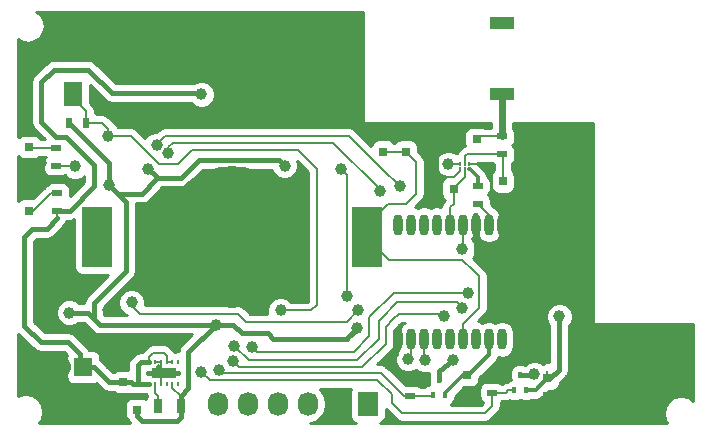
<source format=gtl>
G04 #@! TF.FileFunction,Copper,L1,Top,Signal*
%FSLAX46Y46*%
G04 Gerber Fmt 4.6, Leading zero omitted, Abs format (unit mm)*
G04 Created by KiCad (PCBNEW 4.0.5+dfsg1-4~bpo8+1) date Wed Oct 25 14:31:00 2017*
%MOMM*%
%LPD*%
G01*
G04 APERTURE LIST*
%ADD10C,0.100000*%
%ADD11R,1.600000X1.600000*%
%ADD12O,1.600000X1.600000*%
%ADD13C,1.000000*%
%ADD14O,0.800000X1.800000*%
%ADD15R,2.540000X5.080000*%
%ADD16C,12.000000*%
%ADD17R,2.000000X1.000000*%
%ADD18R,0.750000X0.800000*%
%ADD19R,0.800000X0.750000*%
%ADD20R,0.797560X0.797560*%
%ADD21R,0.700000X1.300000*%
%ADD22R,1.727200X2.032000*%
%ADD23O,1.727200X2.032000*%
%ADD24R,0.400000X0.510000*%
%ADD25R,0.500000X0.900000*%
%ADD26R,0.900000X0.500000*%
%ADD27R,1.600000X2.000000*%
%ADD28O,0.250000X0.500000*%
%ADD29R,2.000000X0.900000*%
%ADD30C,0.500000*%
%ADD31R,0.270000X0.325000*%
%ADD32C,0.600000*%
%ADD33C,0.200000*%
%ADD34C,0.400000*%
%ADD35C,0.250000*%
%ADD36C,0.350000*%
%ADD37C,0.300000*%
%ADD38C,0.254000*%
G04 APERTURE END LIST*
D10*
D11*
X93200000Y-89300000D03*
D12*
X91400000Y-89300000D03*
D13*
X109430000Y-77290000D03*
D14*
X128650000Y-77250000D03*
X127550000Y-77250000D03*
X126450000Y-77250000D03*
X125350000Y-77250000D03*
X124250000Y-77250000D03*
X123150000Y-77250000D03*
X122050000Y-77250000D03*
X120950000Y-77250000D03*
X119850000Y-77250000D03*
X119850000Y-86950000D03*
X120950000Y-86950000D03*
X122050000Y-86950000D03*
X123150000Y-86950000D03*
X124250000Y-86950000D03*
X125350000Y-86950000D03*
X126450000Y-86950000D03*
X127550000Y-86950000D03*
X128650000Y-86950000D03*
D13*
X93250000Y-82500000D03*
X133570000Y-76230000D03*
X133500000Y-78250000D03*
X133500000Y-79750000D03*
X109250000Y-64000000D03*
X109250000Y-62500000D03*
X109250000Y-61000000D03*
X107750000Y-64000000D03*
X107750000Y-62500000D03*
X107750000Y-61000000D03*
X106250000Y-64000000D03*
X106250000Y-62500000D03*
X106250000Y-61000000D03*
X138500000Y-91500000D03*
X138500000Y-90000000D03*
X138500000Y-88500000D03*
X137000000Y-91500000D03*
X137000000Y-90000000D03*
X137000000Y-88500000D03*
X135500000Y-91500000D03*
X135500000Y-90000000D03*
X135500000Y-88500000D03*
X116000000Y-67750000D03*
X116000000Y-66000000D03*
X116000000Y-64500000D03*
X116000000Y-63000000D03*
X116000000Y-61500000D03*
X116000000Y-60000000D03*
X89750000Y-90750000D03*
X89750000Y-89250000D03*
X101750000Y-79000000D03*
X101750000Y-76500000D03*
X99250000Y-79000000D03*
X99250000Y-76500000D03*
X133460000Y-69310000D03*
X133100000Y-72300000D03*
X135750000Y-82750000D03*
X135750000Y-81250000D03*
X135750000Y-79750000D03*
X135750000Y-78250000D03*
X135640000Y-76250000D03*
X133500000Y-81250000D03*
X135750000Y-84500000D03*
X131150000Y-69270000D03*
X135840000Y-71160000D03*
X135750000Y-69250000D03*
X135750000Y-86250000D03*
X141750000Y-86250000D03*
X140250000Y-86250000D03*
X138750000Y-86250000D03*
D15*
X117230000Y-78300000D03*
X94370000Y-78300000D03*
D16*
X105800000Y-78300000D03*
D17*
X128670000Y-66190000D03*
X128670000Y-60190000D03*
D18*
X96600000Y-90550000D03*
X96600000Y-89050000D03*
D19*
X97750000Y-92900000D03*
X96250000Y-92900000D03*
D18*
X128730000Y-73560000D03*
X128730000Y-75060000D03*
D19*
X126500000Y-69950000D03*
X125000000Y-69950000D03*
X124550000Y-74200000D03*
X123050000Y-74200000D03*
D18*
X132500000Y-90250000D03*
X132500000Y-91750000D03*
X120500000Y-71050000D03*
X120500000Y-69550000D03*
X125700000Y-89950000D03*
X125700000Y-91450000D03*
X118600000Y-71050000D03*
X118600000Y-69550000D03*
D20*
X88600000Y-70650700D03*
X88600000Y-72149300D03*
X88600000Y-76049300D03*
X88600000Y-74550700D03*
D21*
X99550000Y-92600000D03*
X101450000Y-92600000D03*
D22*
X117300000Y-92400000D03*
D23*
X114760000Y-92400000D03*
X112220000Y-92400000D03*
X109680000Y-92400000D03*
X107140000Y-92400000D03*
X104600000Y-92400000D03*
D24*
X129700000Y-91250000D03*
X130700000Y-91250000D03*
X130200000Y-89950000D03*
X122800000Y-91650000D03*
X123800000Y-91650000D03*
X123300000Y-90350000D03*
D25*
X91950000Y-68600000D03*
X93450000Y-68600000D03*
D26*
X90900000Y-72250000D03*
X90900000Y-70750000D03*
X91000000Y-76050000D03*
X91000000Y-74550000D03*
X128670000Y-71270000D03*
X128670000Y-69770000D03*
X127800000Y-91450000D03*
X127800000Y-89950000D03*
X120900000Y-91750000D03*
X120900000Y-90250000D03*
D27*
X92300000Y-60800000D03*
X92300000Y-66200000D03*
D28*
X98750000Y-90750000D03*
X99250000Y-90750000D03*
X99750000Y-90750000D03*
X100250000Y-90750000D03*
X100750000Y-90750000D03*
X101250000Y-90750000D03*
X101250000Y-88850000D03*
X100750000Y-88850000D03*
X100250000Y-88850000D03*
X99750000Y-88850000D03*
X99250000Y-88850000D03*
X98750000Y-88850000D03*
D29*
X100000000Y-89800000D03*
D30*
X99350000Y-89800000D03*
X100000000Y-89800000D03*
X100650000Y-89800000D03*
D26*
X126600000Y-73950000D03*
X126600000Y-75450000D03*
D31*
X125100000Y-72525000D03*
X125500000Y-72525000D03*
X125900000Y-72525000D03*
X125900000Y-72075000D03*
X125500000Y-72075000D03*
X125100000Y-72075000D03*
D13*
X137250000Y-86250000D03*
X103200000Y-66200000D03*
X111750000Y-74250000D03*
X88200000Y-73500000D03*
X107100000Y-67800000D03*
X122900000Y-72800000D03*
X95300000Y-84500000D03*
X95500000Y-89000000D03*
X89600000Y-72000000D03*
X94100000Y-60700000D03*
X103900000Y-73000000D03*
X131700000Y-86600000D03*
X132600000Y-92800000D03*
X100400000Y-77800000D03*
X119100000Y-89000000D03*
X131400000Y-72500000D03*
X110250000Y-72250000D03*
X98700000Y-72500000D03*
X131400000Y-89900000D03*
X124500000Y-88700000D03*
X95400000Y-73900000D03*
X92000000Y-84700000D03*
X116400000Y-86000000D03*
X104400000Y-85700000D03*
X133500000Y-85000000D03*
X109900000Y-84500000D03*
X95300000Y-69700000D03*
X103200000Y-89700000D03*
X104700000Y-89500000D03*
X92500000Y-72300000D03*
X125300000Y-79300000D03*
X124100000Y-72100000D03*
X97300000Y-83800000D03*
X116500000Y-84500000D03*
X115500000Y-83250000D03*
X115000000Y-72500000D03*
X123750000Y-85000000D03*
X105900000Y-88800000D03*
X120000000Y-74000000D03*
X99400000Y-70500000D03*
X122100000Y-88700000D03*
X118300000Y-74400000D03*
X100400000Y-71200000D03*
X120700000Y-88600000D03*
X125250000Y-84250000D03*
X106000000Y-87500000D03*
X125750000Y-83000000D03*
X107500000Y-87600000D03*
D32*
X128670000Y-69770000D02*
X128670000Y-66190000D01*
D33*
X128670000Y-69770000D02*
X126680000Y-69770000D01*
X126680000Y-69770000D02*
X126500000Y-69950000D01*
D34*
X89630000Y-68530000D02*
X89630000Y-65170000D01*
X89630000Y-65170000D02*
X90700000Y-64100000D01*
X97800000Y-90750000D02*
X97800000Y-89100000D01*
X98050000Y-88850000D02*
X98750000Y-88850000D01*
X97800000Y-89100000D02*
X98050000Y-88850000D01*
D33*
X100250000Y-88850000D02*
X100250000Y-88350000D01*
X100250000Y-88350000D02*
X100000000Y-88100000D01*
X100000000Y-88100000D02*
X99100000Y-88100000D01*
X99100000Y-88100000D02*
X98750000Y-88450000D01*
X98750000Y-88450000D02*
X98750000Y-88850000D01*
X100750000Y-88850000D02*
X100250000Y-88850000D01*
D34*
X92050000Y-76050000D02*
X91000000Y-76050000D01*
X94100000Y-74000000D02*
X92050000Y-76050000D01*
X94100000Y-72200000D02*
X94100000Y-74000000D01*
X91700000Y-69800000D02*
X94100000Y-72200000D01*
X90900000Y-69800000D02*
X91700000Y-69800000D01*
X89630000Y-68530000D02*
X90900000Y-69800000D01*
X93600000Y-64100000D02*
X90700000Y-64100000D01*
X95600000Y-66100000D02*
X93600000Y-64100000D01*
X103100000Y-66100000D02*
X95600000Y-66100000D01*
D33*
X103200000Y-66200000D02*
X103100000Y-66100000D01*
X91000000Y-76050000D02*
X91000000Y-76700000D01*
D34*
X92900000Y-88200000D02*
X92900000Y-89300000D01*
X91900000Y-87200000D02*
X92900000Y-88200000D01*
X89600000Y-87200000D02*
X91900000Y-87200000D01*
X88200000Y-85800000D02*
X89600000Y-87200000D01*
X88200000Y-78300000D02*
X88200000Y-85800000D01*
X88900000Y-77600000D02*
X88200000Y-78300000D01*
X90100000Y-77600000D02*
X88900000Y-77600000D01*
X91000000Y-76700000D02*
X90100000Y-77600000D01*
X96600000Y-90550000D02*
X95350000Y-90550000D01*
X94100000Y-89300000D02*
X92900000Y-89300000D01*
X95350000Y-90550000D02*
X94100000Y-89300000D01*
X98750000Y-90750000D02*
X97800000Y-90750000D01*
X97800000Y-90750000D02*
X97450000Y-90750000D01*
X97250000Y-90550000D02*
X96600000Y-90550000D01*
X97450000Y-90750000D02*
X97250000Y-90550000D01*
D33*
X98750000Y-90750000D02*
X97900000Y-90750000D01*
X97900000Y-90750000D02*
X96800000Y-90750000D01*
X96800000Y-90750000D02*
X96600000Y-90550000D01*
D34*
X105800000Y-76700000D02*
X105800000Y-78300000D01*
D33*
X111750000Y-74250000D02*
X107700000Y-78300000D01*
X107700000Y-78300000D02*
X111750000Y-74250000D01*
D34*
X131700000Y-86520000D02*
X131700000Y-85210000D01*
X131700000Y-85210000D02*
X126450000Y-79960000D01*
X131700000Y-86600000D02*
X131700000Y-86520000D01*
X88600000Y-73500000D02*
X88200000Y-73500000D01*
X125000000Y-69950000D02*
X122210000Y-69950000D01*
D33*
X121940000Y-69680000D02*
X121940000Y-69740000D01*
D34*
X122210000Y-69950000D02*
X121940000Y-69680000D01*
X128730000Y-75060000D02*
X128730000Y-77170000D01*
D33*
X128730000Y-77170000D02*
X128650000Y-77250000D01*
D34*
X128730000Y-75060000D02*
X130940000Y-75060000D01*
X131400000Y-72500000D02*
X131400000Y-74600000D01*
X130940000Y-75060000D02*
X131400000Y-74600000D01*
D33*
X125900000Y-72075000D02*
X126795000Y-72075000D01*
X128050000Y-75060000D02*
X128730000Y-75060000D01*
X127740000Y-74750000D02*
X128050000Y-75060000D01*
X127740000Y-73020000D02*
X127740000Y-74750000D01*
X126795000Y-72075000D02*
X127740000Y-73020000D01*
D35*
X131400000Y-72500000D02*
X131400000Y-72500000D01*
D34*
X118600000Y-69550000D02*
X116750000Y-69550000D01*
X115000000Y-67800000D02*
X107100000Y-67800000D01*
X116750000Y-69550000D02*
X115000000Y-67800000D01*
D33*
X125100000Y-72525000D02*
X125100000Y-72700000D01*
X123300000Y-73200000D02*
X122900000Y-72800000D01*
X124600000Y-73200000D02*
X123300000Y-73200000D01*
X125100000Y-72700000D02*
X124600000Y-73200000D01*
D34*
X123050000Y-74200000D02*
X123050000Y-70850000D01*
X121750000Y-69550000D02*
X120500000Y-69550000D01*
X123050000Y-70850000D02*
X121940000Y-69740000D01*
D33*
X121940000Y-69740000D02*
X121750000Y-69550000D01*
X123050000Y-72950000D02*
X123050000Y-74200000D01*
X122900000Y-72800000D02*
X123050000Y-72950000D01*
D34*
X126450000Y-79100000D02*
X128100000Y-79100000D01*
X128650000Y-78550000D02*
X128650000Y-77250000D01*
X128100000Y-79100000D02*
X128650000Y-78550000D01*
X118600000Y-69550000D02*
X120500000Y-69550000D01*
D33*
X105800000Y-78300000D02*
X101000000Y-78300000D01*
D34*
X101000000Y-78300000D02*
X95300000Y-84000000D01*
D33*
X95300000Y-84000000D02*
X95300000Y-84500000D01*
D34*
X96600000Y-89050000D02*
X95550000Y-89050000D01*
X95550000Y-89050000D02*
X95500000Y-89000000D01*
X96250000Y-92900000D02*
X93500000Y-92900000D01*
X93500000Y-92900000D02*
X91650000Y-91050000D01*
X91650000Y-91050000D02*
X91650000Y-89300000D01*
D33*
X99750000Y-88850000D02*
X99750000Y-89550000D01*
X99750000Y-89550000D02*
X100000000Y-89800000D01*
X99750000Y-88850000D02*
X99250000Y-88850000D01*
D34*
X88600000Y-72149300D02*
X89450700Y-72149300D01*
D33*
X89450700Y-72149300D02*
X89600000Y-72000000D01*
D34*
X94000000Y-60800000D02*
X92300000Y-60800000D01*
X94100000Y-60700000D02*
X94000000Y-60800000D01*
X103900000Y-73000000D02*
X105800000Y-74900000D01*
X105800000Y-74900000D02*
X105800000Y-78300000D01*
X126450000Y-77250000D02*
X126450000Y-79100000D01*
X126450000Y-79100000D02*
X126450000Y-79960000D01*
D33*
X127800000Y-89950000D02*
X128550000Y-89950000D01*
X131200000Y-88700000D02*
X131700000Y-88200000D01*
X129800000Y-88700000D02*
X131200000Y-88700000D01*
X128550000Y-89950000D02*
X129800000Y-88700000D01*
X131700000Y-88200000D02*
X131700000Y-86600000D01*
X131700000Y-88200000D02*
X131700000Y-86600000D01*
X132500000Y-92700000D02*
X132500000Y-91450000D01*
X132600000Y-92800000D02*
X132500000Y-92700000D01*
X125700000Y-91450000D02*
X125950000Y-91450000D01*
X125950000Y-91450000D02*
X127450000Y-89950000D01*
X127450000Y-89950000D02*
X127800000Y-89950000D01*
X88600000Y-74100000D02*
X88600000Y-74550700D01*
D34*
X88600000Y-74550700D02*
X88600000Y-73500000D01*
X88600000Y-73500000D02*
X88600000Y-72149300D01*
D33*
X100400000Y-77800000D02*
X100900000Y-78300000D01*
X100900000Y-78300000D02*
X105800000Y-78300000D01*
X119850000Y-86950000D02*
X119850000Y-88250000D01*
X119850000Y-88250000D02*
X119100000Y-89000000D01*
X120350000Y-90250000D02*
X120900000Y-90250000D01*
X119100000Y-89000000D02*
X120350000Y-90250000D01*
X109900000Y-74700000D02*
X106300000Y-78300000D01*
X106300000Y-78300000D02*
X105800000Y-78300000D01*
X99750000Y-90750000D02*
X99750000Y-90050000D01*
X99750000Y-90050000D02*
X100000000Y-89800000D01*
D34*
X99350000Y-73150000D02*
X99350000Y-73400000D01*
X99350000Y-73400000D02*
X98150000Y-74600000D01*
X99450000Y-73250000D02*
X99350000Y-73150000D01*
X99350000Y-73150000D02*
X98700000Y-72500000D01*
X101500000Y-73250000D02*
X99450000Y-73250000D01*
X103000000Y-71750000D02*
X101500000Y-73250000D01*
X109750000Y-71750000D02*
X103000000Y-71750000D01*
X110250000Y-72250000D02*
X109750000Y-71750000D01*
X95400000Y-72180000D02*
X95400000Y-72050000D01*
X95400000Y-72050000D02*
X91950000Y-68600000D01*
X95400000Y-73900000D02*
X95400000Y-72180000D01*
X96100000Y-74600000D02*
X95400000Y-73900000D01*
X98150000Y-74600000D02*
X96100000Y-74600000D01*
X96800000Y-81000000D02*
X96800000Y-81200000D01*
X96800000Y-81200000D02*
X94100000Y-83900000D01*
X94100000Y-85100000D02*
X94100000Y-83900000D01*
X94100000Y-85200000D02*
X94100000Y-85100000D01*
X96800000Y-81000000D02*
X96800000Y-80300000D01*
X131400000Y-89900000D02*
X131350000Y-89950000D01*
X131350000Y-89950000D02*
X130200000Y-89950000D01*
X123300000Y-89600000D02*
X123300000Y-90350000D01*
X124500000Y-88700000D02*
X123300000Y-89600000D01*
X96800000Y-75300000D02*
X95400000Y-73900000D01*
X96800000Y-80300000D02*
X96800000Y-75300000D01*
X104400000Y-85700000D02*
X94600000Y-85700000D01*
X93600000Y-84700000D02*
X92000000Y-84700000D01*
X94600000Y-85700000D02*
X94100000Y-85200000D01*
X94100000Y-85200000D02*
X93600000Y-84700000D01*
X115550000Y-86850000D02*
X116400000Y-86000000D01*
X104400000Y-85700000D02*
X105900000Y-85700000D01*
X115500000Y-86900000D02*
X115550000Y-86850000D01*
X115550000Y-86850000D02*
X116000000Y-86400000D01*
X116000000Y-86400000D02*
X116300000Y-86100000D01*
X109300000Y-86900000D02*
X115500000Y-86900000D01*
X108800000Y-86400000D02*
X109300000Y-86900000D01*
X106600000Y-86400000D02*
X108800000Y-86400000D01*
X105900000Y-85700000D02*
X106600000Y-86400000D01*
X101450000Y-92600000D02*
X101450000Y-91750000D01*
X101450000Y-91750000D02*
X102100000Y-91100000D01*
X102100000Y-88000000D02*
X104400000Y-85700000D01*
X102100000Y-91100000D02*
X102100000Y-88000000D01*
D33*
X104100000Y-85700000D02*
X104400000Y-85700000D01*
X100750000Y-90750000D02*
X100750000Y-91050000D01*
X100750000Y-91050000D02*
X101450000Y-91750000D01*
D34*
X97750000Y-92900000D02*
X97750000Y-93450000D01*
X101450000Y-93550000D02*
X101450000Y-92600000D01*
X101100000Y-93900000D02*
X101450000Y-93550000D01*
X98200000Y-93900000D02*
X101100000Y-93900000D01*
X97750000Y-93450000D02*
X98200000Y-93900000D01*
D33*
X125500000Y-72075000D02*
X125500000Y-71460000D01*
X125690000Y-71270000D02*
X128670000Y-71270000D01*
X125500000Y-71460000D02*
X125690000Y-71270000D01*
X128730000Y-73560000D02*
X128730000Y-71330000D01*
X128730000Y-71330000D02*
X128670000Y-71270000D01*
D34*
X133500000Y-89500000D02*
X132750000Y-90250000D01*
X133500000Y-85000000D02*
X133500000Y-89500000D01*
X132750000Y-90250000D02*
X132500000Y-90250000D01*
D36*
X132500000Y-90250000D02*
X132500000Y-90200000D01*
X130700000Y-91250000D02*
X131500000Y-91250000D01*
X131500000Y-91250000D02*
X132500000Y-90250000D01*
D33*
X132500000Y-90250000D02*
X132500000Y-89600000D01*
X131500000Y-91250000D02*
X132500000Y-90250000D01*
X132500000Y-89950000D02*
X132500000Y-89600000D01*
X132500000Y-89950000D02*
X132500000Y-89700000D01*
D36*
X125700000Y-89950000D02*
X125850000Y-89950000D01*
X125850000Y-89950000D02*
X127550000Y-88250000D01*
X127550000Y-88250000D02*
X127550000Y-86950000D01*
X123800000Y-91650000D02*
X123800000Y-91500000D01*
X123800000Y-91500000D02*
X125350000Y-89950000D01*
X125350000Y-89950000D02*
X125700000Y-89950000D01*
D33*
X127550000Y-86950000D02*
X127550000Y-88100000D01*
X127550000Y-88100000D02*
X125700000Y-89950000D01*
X125700000Y-90000000D02*
X125700000Y-89950000D01*
X90900000Y-70750000D02*
X88699300Y-70750000D01*
X88699300Y-70750000D02*
X88600000Y-70650700D01*
X88600000Y-76049300D02*
X88950700Y-76049300D01*
X88950700Y-76049300D02*
X90450000Y-74550000D01*
X90450000Y-74550000D02*
X91000000Y-74550000D01*
X99250000Y-90750000D02*
X99250000Y-91450000D01*
X99550000Y-91750000D02*
X99550000Y-92600000D01*
X99250000Y-91450000D02*
X99550000Y-91750000D01*
X111000000Y-70900000D02*
X111400000Y-70900000D01*
X113000000Y-84000000D02*
X112500000Y-84500000D01*
X113000000Y-72500000D02*
X113000000Y-84000000D01*
X111400000Y-70900000D02*
X113000000Y-72500000D01*
X95300000Y-69700000D02*
X97200000Y-69700000D01*
X101200000Y-72100000D02*
X102400000Y-70900000D01*
X102400000Y-70900000D02*
X111000000Y-70900000D01*
X97200000Y-69700000D02*
X99600000Y-72100000D01*
X99600000Y-72100000D02*
X101200000Y-72100000D01*
X93450000Y-68600000D02*
X94800000Y-68600000D01*
X94800000Y-68600000D02*
X95300000Y-69100000D01*
X95300000Y-69100000D02*
X95300000Y-69700000D01*
X112500000Y-84500000D02*
X109900000Y-84500000D01*
X92300000Y-66200000D02*
X92300000Y-66500000D01*
X92300000Y-66500000D02*
X93450000Y-67650000D01*
X93450000Y-67650000D02*
X93450000Y-68600000D01*
X103900000Y-90400000D02*
X105500000Y-90400000D01*
X103200000Y-89700000D02*
X103900000Y-90400000D01*
X106700000Y-90400000D02*
X105500000Y-90400000D01*
X106700000Y-90400000D02*
X118100000Y-90400000D01*
X118100000Y-90400000D02*
X119300000Y-91600000D01*
X119300000Y-91600000D02*
X119300000Y-92300000D01*
X119300000Y-92300000D02*
X120200000Y-93200000D01*
X120200000Y-93200000D02*
X127200000Y-93200000D01*
X127200000Y-93200000D02*
X127800000Y-92600000D01*
X127800000Y-92600000D02*
X127800000Y-91450000D01*
X127800000Y-91450000D02*
X128950000Y-91450000D01*
X129150000Y-91250000D02*
X129700000Y-91250000D01*
X128950000Y-91450000D02*
X129150000Y-91250000D01*
X105000000Y-89800000D02*
X107000000Y-89800000D01*
X104700000Y-89500000D02*
X105000000Y-89800000D01*
X120350000Y-91750000D02*
X120900000Y-91750000D01*
X118400000Y-89800000D02*
X120350000Y-91750000D01*
X107000000Y-89800000D02*
X118400000Y-89800000D01*
X120900000Y-91750000D02*
X122700000Y-91750000D01*
X122700000Y-91750000D02*
X122800000Y-91650000D01*
X120900000Y-91750000D02*
X120650000Y-91750000D01*
X90900000Y-72250000D02*
X92450000Y-72250000D01*
X92450000Y-72250000D02*
X92500000Y-72300000D01*
X125100000Y-72075000D02*
X124125000Y-72075000D01*
X125350000Y-79250000D02*
X125350000Y-77250000D01*
X125300000Y-79300000D02*
X125350000Y-79250000D01*
X124125000Y-72075000D02*
X124100000Y-72100000D01*
X125500000Y-72525000D02*
X125500000Y-73200000D01*
X125500000Y-73200000D02*
X124550000Y-74150000D01*
X124550000Y-74150000D02*
X124550000Y-74200000D01*
X124250000Y-77250000D02*
X124250000Y-75750000D01*
X124550000Y-75450000D02*
X124550000Y-74200000D01*
X124250000Y-75750000D02*
X124550000Y-75450000D01*
X111500000Y-85500000D02*
X115500000Y-85500000D01*
X115500000Y-85500000D02*
X116500000Y-84500000D01*
X100100000Y-84800000D02*
X98000000Y-84800000D01*
X97300000Y-84100000D02*
X97300000Y-83800000D01*
X98000000Y-84800000D02*
X97300000Y-84100000D01*
X107000000Y-85500000D02*
X106500000Y-85000000D01*
X111500000Y-85500000D02*
X107000000Y-85500000D01*
X105500000Y-84800000D02*
X103100000Y-84800000D01*
X106300000Y-84800000D02*
X105500000Y-84800000D01*
X106500000Y-85000000D02*
X106300000Y-84800000D01*
X100100000Y-84800000D02*
X103100000Y-84800000D01*
X115500000Y-73000000D02*
X115500000Y-83250000D01*
X115000000Y-72500000D02*
X115500000Y-73000000D01*
X122250000Y-84800000D02*
X123550000Y-84800000D01*
X123550000Y-84800000D02*
X123750000Y-85000000D01*
X109100000Y-89300000D02*
X107700000Y-89300000D01*
X106400000Y-89300000D02*
X107700000Y-89300000D01*
X122300000Y-84800000D02*
X122250000Y-84800000D01*
X122250000Y-84800000D02*
X119900000Y-84800000D01*
X119900000Y-84800000D02*
X119450000Y-85250000D01*
X119450000Y-85250000D02*
X118800000Y-85900000D01*
X122400000Y-84800000D02*
X122300000Y-84800000D01*
X109100000Y-89300000D02*
X116800000Y-89300000D01*
X116800000Y-89300000D02*
X118800000Y-87300000D01*
X118800000Y-87300000D02*
X118800000Y-85900000D01*
X105900000Y-88800000D02*
X106400000Y-89300000D01*
X115700000Y-69700000D02*
X118500000Y-72500000D01*
X100100000Y-69700000D02*
X115700000Y-69700000D01*
X120000000Y-74000000D02*
X118500000Y-72500000D01*
X99400000Y-70500000D02*
X99400000Y-70400000D01*
X99400000Y-70400000D02*
X100100000Y-69700000D01*
X122050000Y-86950000D02*
X122050000Y-88650000D01*
X122050000Y-88650000D02*
X122100000Y-88700000D01*
X118300000Y-74400000D02*
X118300000Y-74240000D01*
X118300000Y-74240000D02*
X114360000Y-70300000D01*
X114360000Y-70300000D02*
X100800000Y-70300000D01*
X100800000Y-70300000D02*
X100400000Y-70700000D01*
X100400000Y-70700000D02*
X100400000Y-71200000D01*
X120950000Y-86950000D02*
X120950000Y-88350000D01*
X120950000Y-88350000D02*
X120700000Y-88600000D01*
X122750000Y-83800000D02*
X124800000Y-83800000D01*
X124800000Y-83800000D02*
X125250000Y-84250000D01*
X125250000Y-84250000D02*
X124800000Y-83800000D01*
X118200000Y-85400000D02*
X118400000Y-85200000D01*
X123400000Y-83800000D02*
X123250000Y-83800000D01*
X123250000Y-83800000D02*
X122750000Y-83800000D01*
X122750000Y-83800000D02*
X119800000Y-83800000D01*
X119800000Y-83800000D02*
X118400000Y-85200000D01*
X118200000Y-86900000D02*
X118200000Y-85400000D01*
X116400000Y-88700000D02*
X118200000Y-86900000D01*
X107200000Y-88700000D02*
X116400000Y-88700000D01*
X106000000Y-87500000D02*
X107200000Y-88700000D01*
X124500000Y-83000000D02*
X125750000Y-83000000D01*
X119550000Y-83000000D02*
X119480000Y-83000000D01*
X124500000Y-83000000D02*
X124000000Y-83000000D01*
X124000000Y-83000000D02*
X119550000Y-83000000D01*
X119480000Y-83000000D02*
X117430000Y-85050000D01*
X117430000Y-85050000D02*
X117430000Y-86670000D01*
X117430000Y-85050000D02*
X117430000Y-86670000D01*
X116100000Y-88000000D02*
X117430000Y-86670000D01*
X107900000Y-88000000D02*
X116100000Y-88000000D01*
X107500000Y-87600000D02*
X107900000Y-88000000D01*
X118600000Y-71050000D02*
X120500000Y-71050000D01*
X120500000Y-71050000D02*
X121400000Y-71950000D01*
X121400000Y-71950000D02*
X121400000Y-74600000D01*
X121400000Y-74600000D02*
X120500000Y-75500000D01*
X120500000Y-75500000D02*
X119000000Y-75500000D01*
X119000000Y-75500000D02*
X117230000Y-77270000D01*
X117230000Y-77270000D02*
X117230000Y-78300000D01*
X117230000Y-78300000D02*
X117230000Y-78330000D01*
X117230000Y-78330000D02*
X119100000Y-80200000D01*
X125300000Y-80200000D02*
X126300000Y-81200000D01*
X119100000Y-80200000D02*
X125300000Y-80200000D01*
X125350000Y-86950000D02*
X125350000Y-85650000D01*
X126700000Y-81600000D02*
X126300000Y-81200000D01*
X126700000Y-84300000D02*
X126700000Y-81600000D01*
X125350000Y-85650000D02*
X126700000Y-84300000D01*
D37*
X126600000Y-73950000D02*
X126600000Y-73180000D01*
X126600000Y-73180000D02*
X125945000Y-72525000D01*
X125945000Y-72525000D02*
X125900000Y-72525000D01*
D33*
X126600000Y-73800000D02*
X126600000Y-73950000D01*
X127550000Y-77250000D02*
X127550000Y-76400000D01*
X127550000Y-76400000D02*
X126600000Y-75450000D01*
D38*
G36*
X136373000Y-85500000D02*
X136381685Y-85546159D01*
X136408965Y-85588553D01*
X136450590Y-85616994D01*
X136500000Y-85627000D01*
X144790000Y-85627000D01*
X144790000Y-92125654D01*
X144363148Y-91840440D01*
X143800000Y-91728423D01*
X143236852Y-91840440D01*
X142759438Y-92159438D01*
X142440440Y-92636852D01*
X142328423Y-93200000D01*
X142440440Y-93763148D01*
X142625427Y-94040000D01*
X118288173Y-94040000D01*
X118398917Y-94019162D01*
X118615041Y-93880090D01*
X118760031Y-93667890D01*
X118811040Y-93416000D01*
X118811040Y-92850486D01*
X119680276Y-93719723D01*
X119869909Y-93846431D01*
X119918728Y-93879051D01*
X120200000Y-93935000D01*
X127200000Y-93935000D01*
X127481272Y-93879051D01*
X127719723Y-93719723D01*
X128319723Y-93119724D01*
X128479051Y-92881272D01*
X128499482Y-92778560D01*
X128535000Y-92600000D01*
X128535000Y-92271192D01*
X128668946Y-92185000D01*
X128950000Y-92185000D01*
X129231272Y-92129051D01*
X129266910Y-92105238D01*
X129500000Y-92152440D01*
X129900000Y-92152440D01*
X130135317Y-92108162D01*
X130198478Y-92067519D01*
X130248110Y-92101431D01*
X130500000Y-92152440D01*
X130900000Y-92152440D01*
X131135317Y-92108162D01*
X131210163Y-92060000D01*
X131500000Y-92060000D01*
X131809974Y-91998342D01*
X132072756Y-91822756D01*
X132598073Y-91297440D01*
X132875000Y-91297440D01*
X133110317Y-91253162D01*
X133326441Y-91114090D01*
X133471431Y-90901890D01*
X133520300Y-90660568D01*
X134090434Y-90090434D01*
X134127474Y-90035000D01*
X134271439Y-89819541D01*
X134335000Y-89500000D01*
X134335000Y-85770189D01*
X134461645Y-85643765D01*
X134634803Y-85226756D01*
X134635197Y-84775225D01*
X134462767Y-84357914D01*
X134143765Y-84038355D01*
X133726756Y-83865197D01*
X133275225Y-83864803D01*
X132857914Y-84037233D01*
X132538355Y-84356235D01*
X132365197Y-84773244D01*
X132364803Y-85224775D01*
X132537233Y-85642086D01*
X132665000Y-85770076D01*
X132665000Y-88897821D01*
X132500000Y-88865000D01*
X132218728Y-88920949D01*
X132103349Y-88998043D01*
X132043765Y-88938355D01*
X131626756Y-88765197D01*
X131175225Y-88764803D01*
X130757914Y-88937233D01*
X130605672Y-89089210D01*
X130400000Y-89047560D01*
X130000000Y-89047560D01*
X129764683Y-89091838D01*
X129548559Y-89230910D01*
X129403569Y-89443110D01*
X129352560Y-89695000D01*
X129352560Y-90205000D01*
X129383509Y-90369479D01*
X129264683Y-90391838D01*
X129048559Y-90530910D01*
X129045184Y-90535849D01*
X128868728Y-90570949D01*
X128659123Y-90711002D01*
X128501890Y-90603569D01*
X128250000Y-90552560D01*
X127350000Y-90552560D01*
X127114683Y-90596838D01*
X126898559Y-90735910D01*
X126753569Y-90948110D01*
X126702560Y-91200000D01*
X126702560Y-91700000D01*
X126746838Y-91935317D01*
X126885910Y-92151441D01*
X127065000Y-92273808D01*
X127065000Y-92295553D01*
X126895554Y-92465000D01*
X124302393Y-92465000D01*
X124451441Y-92369090D01*
X124596431Y-92156890D01*
X124647440Y-91905000D01*
X124647440Y-91798072D01*
X125448073Y-90997440D01*
X126075000Y-90997440D01*
X126310317Y-90953162D01*
X126526441Y-90814090D01*
X126671431Y-90601890D01*
X126722440Y-90350000D01*
X126722440Y-90223072D01*
X128122756Y-88822757D01*
X128218777Y-88679051D01*
X128298342Y-88559974D01*
X128320318Y-88449494D01*
X128650000Y-88515072D01*
X129046077Y-88436287D01*
X129381856Y-88211928D01*
X129606215Y-87876149D01*
X129685000Y-87480072D01*
X129685000Y-86419928D01*
X129606215Y-86023851D01*
X129381856Y-85688072D01*
X129046077Y-85463713D01*
X128650000Y-85384928D01*
X128253923Y-85463713D01*
X128100000Y-85566560D01*
X127946077Y-85463713D01*
X127550000Y-85384928D01*
X127153923Y-85463713D01*
X127000000Y-85566560D01*
X126846077Y-85463713D01*
X126620587Y-85418860D01*
X127219723Y-84819724D01*
X127379051Y-84581272D01*
X127381104Y-84570949D01*
X127435000Y-84300000D01*
X127435000Y-81600000D01*
X127379051Y-81318728D01*
X127379051Y-81318727D01*
X127219723Y-81080276D01*
X126819726Y-80680280D01*
X126819724Y-80680277D01*
X126172350Y-80032904D01*
X126261645Y-79943765D01*
X126434803Y-79526756D01*
X126435197Y-79075225D01*
X126262767Y-78657914D01*
X126095962Y-78490817D01*
X126306215Y-78176149D01*
X126385000Y-77780072D01*
X126385000Y-76719928D01*
X126310907Y-76347440D01*
X126457994Y-76347440D01*
X126567342Y-76456788D01*
X126515000Y-76719928D01*
X126515000Y-77780072D01*
X126593785Y-78176149D01*
X126818144Y-78511928D01*
X127153923Y-78736287D01*
X127550000Y-78815072D01*
X127946077Y-78736287D01*
X128281856Y-78511928D01*
X128506215Y-78176149D01*
X128585000Y-77780072D01*
X128585000Y-76719928D01*
X128506215Y-76323851D01*
X128281856Y-75988072D01*
X127967422Y-75777975D01*
X127697440Y-75507993D01*
X127697440Y-75200000D01*
X127653162Y-74964683D01*
X127514090Y-74748559D01*
X127444289Y-74700866D01*
X127501441Y-74664090D01*
X127646431Y-74451890D01*
X127697440Y-74200000D01*
X127697440Y-73700000D01*
X127653162Y-73464683D01*
X127514090Y-73248559D01*
X127380478Y-73157266D01*
X127325245Y-72879594D01*
X127155079Y-72624921D01*
X126603546Y-72073388D01*
X126559539Y-72005000D01*
X127805025Y-72005000D01*
X127968110Y-72116431D01*
X127995000Y-72121876D01*
X127995000Y-72637069D01*
X127903559Y-72695910D01*
X127758569Y-72908110D01*
X127707560Y-73160000D01*
X127707560Y-73960000D01*
X127751838Y-74195317D01*
X127890910Y-74411441D01*
X128103110Y-74556431D01*
X128355000Y-74607440D01*
X129105000Y-74607440D01*
X129340317Y-74563162D01*
X129556441Y-74424090D01*
X129701431Y-74211890D01*
X129752440Y-73960000D01*
X129752440Y-73160000D01*
X129708162Y-72924683D01*
X129569090Y-72708559D01*
X129465000Y-72637437D01*
X129465000Y-72052583D01*
X129571441Y-71984090D01*
X129716431Y-71771890D01*
X129767440Y-71520000D01*
X129767440Y-71020000D01*
X129723162Y-70784683D01*
X129584090Y-70568559D01*
X129514289Y-70520866D01*
X129571441Y-70484090D01*
X129716431Y-70271890D01*
X129767440Y-70020000D01*
X129767440Y-69520000D01*
X129723162Y-69284683D01*
X129605000Y-69101054D01*
X129605000Y-68627000D01*
X136373000Y-68627000D01*
X136373000Y-85500000D01*
X136373000Y-85500000D01*
G37*
X136373000Y-85500000D02*
X136381685Y-85546159D01*
X136408965Y-85588553D01*
X136450590Y-85616994D01*
X136500000Y-85627000D01*
X144790000Y-85627000D01*
X144790000Y-92125654D01*
X144363148Y-91840440D01*
X143800000Y-91728423D01*
X143236852Y-91840440D01*
X142759438Y-92159438D01*
X142440440Y-92636852D01*
X142328423Y-93200000D01*
X142440440Y-93763148D01*
X142625427Y-94040000D01*
X118288173Y-94040000D01*
X118398917Y-94019162D01*
X118615041Y-93880090D01*
X118760031Y-93667890D01*
X118811040Y-93416000D01*
X118811040Y-92850486D01*
X119680276Y-93719723D01*
X119869909Y-93846431D01*
X119918728Y-93879051D01*
X120200000Y-93935000D01*
X127200000Y-93935000D01*
X127481272Y-93879051D01*
X127719723Y-93719723D01*
X128319723Y-93119724D01*
X128479051Y-92881272D01*
X128499482Y-92778560D01*
X128535000Y-92600000D01*
X128535000Y-92271192D01*
X128668946Y-92185000D01*
X128950000Y-92185000D01*
X129231272Y-92129051D01*
X129266910Y-92105238D01*
X129500000Y-92152440D01*
X129900000Y-92152440D01*
X130135317Y-92108162D01*
X130198478Y-92067519D01*
X130248110Y-92101431D01*
X130500000Y-92152440D01*
X130900000Y-92152440D01*
X131135317Y-92108162D01*
X131210163Y-92060000D01*
X131500000Y-92060000D01*
X131809974Y-91998342D01*
X132072756Y-91822756D01*
X132598073Y-91297440D01*
X132875000Y-91297440D01*
X133110317Y-91253162D01*
X133326441Y-91114090D01*
X133471431Y-90901890D01*
X133520300Y-90660568D01*
X134090434Y-90090434D01*
X134127474Y-90035000D01*
X134271439Y-89819541D01*
X134335000Y-89500000D01*
X134335000Y-85770189D01*
X134461645Y-85643765D01*
X134634803Y-85226756D01*
X134635197Y-84775225D01*
X134462767Y-84357914D01*
X134143765Y-84038355D01*
X133726756Y-83865197D01*
X133275225Y-83864803D01*
X132857914Y-84037233D01*
X132538355Y-84356235D01*
X132365197Y-84773244D01*
X132364803Y-85224775D01*
X132537233Y-85642086D01*
X132665000Y-85770076D01*
X132665000Y-88897821D01*
X132500000Y-88865000D01*
X132218728Y-88920949D01*
X132103349Y-88998043D01*
X132043765Y-88938355D01*
X131626756Y-88765197D01*
X131175225Y-88764803D01*
X130757914Y-88937233D01*
X130605672Y-89089210D01*
X130400000Y-89047560D01*
X130000000Y-89047560D01*
X129764683Y-89091838D01*
X129548559Y-89230910D01*
X129403569Y-89443110D01*
X129352560Y-89695000D01*
X129352560Y-90205000D01*
X129383509Y-90369479D01*
X129264683Y-90391838D01*
X129048559Y-90530910D01*
X129045184Y-90535849D01*
X128868728Y-90570949D01*
X128659123Y-90711002D01*
X128501890Y-90603569D01*
X128250000Y-90552560D01*
X127350000Y-90552560D01*
X127114683Y-90596838D01*
X126898559Y-90735910D01*
X126753569Y-90948110D01*
X126702560Y-91200000D01*
X126702560Y-91700000D01*
X126746838Y-91935317D01*
X126885910Y-92151441D01*
X127065000Y-92273808D01*
X127065000Y-92295553D01*
X126895554Y-92465000D01*
X124302393Y-92465000D01*
X124451441Y-92369090D01*
X124596431Y-92156890D01*
X124647440Y-91905000D01*
X124647440Y-91798072D01*
X125448073Y-90997440D01*
X126075000Y-90997440D01*
X126310317Y-90953162D01*
X126526441Y-90814090D01*
X126671431Y-90601890D01*
X126722440Y-90350000D01*
X126722440Y-90223072D01*
X128122756Y-88822757D01*
X128218777Y-88679051D01*
X128298342Y-88559974D01*
X128320318Y-88449494D01*
X128650000Y-88515072D01*
X129046077Y-88436287D01*
X129381856Y-88211928D01*
X129606215Y-87876149D01*
X129685000Y-87480072D01*
X129685000Y-86419928D01*
X129606215Y-86023851D01*
X129381856Y-85688072D01*
X129046077Y-85463713D01*
X128650000Y-85384928D01*
X128253923Y-85463713D01*
X128100000Y-85566560D01*
X127946077Y-85463713D01*
X127550000Y-85384928D01*
X127153923Y-85463713D01*
X127000000Y-85566560D01*
X126846077Y-85463713D01*
X126620587Y-85418860D01*
X127219723Y-84819724D01*
X127379051Y-84581272D01*
X127381104Y-84570949D01*
X127435000Y-84300000D01*
X127435000Y-81600000D01*
X127379051Y-81318728D01*
X127379051Y-81318727D01*
X127219723Y-81080276D01*
X126819726Y-80680280D01*
X126819724Y-80680277D01*
X126172350Y-80032904D01*
X126261645Y-79943765D01*
X126434803Y-79526756D01*
X126435197Y-79075225D01*
X126262767Y-78657914D01*
X126095962Y-78490817D01*
X126306215Y-78176149D01*
X126385000Y-77780072D01*
X126385000Y-76719928D01*
X126310907Y-76347440D01*
X126457994Y-76347440D01*
X126567342Y-76456788D01*
X126515000Y-76719928D01*
X126515000Y-77780072D01*
X126593785Y-78176149D01*
X126818144Y-78511928D01*
X127153923Y-78736287D01*
X127550000Y-78815072D01*
X127946077Y-78736287D01*
X128281856Y-78511928D01*
X128506215Y-78176149D01*
X128585000Y-77780072D01*
X128585000Y-76719928D01*
X128506215Y-76323851D01*
X128281856Y-75988072D01*
X127967422Y-75777975D01*
X127697440Y-75507993D01*
X127697440Y-75200000D01*
X127653162Y-74964683D01*
X127514090Y-74748559D01*
X127444289Y-74700866D01*
X127501441Y-74664090D01*
X127646431Y-74451890D01*
X127697440Y-74200000D01*
X127697440Y-73700000D01*
X127653162Y-73464683D01*
X127514090Y-73248559D01*
X127380478Y-73157266D01*
X127325245Y-72879594D01*
X127155079Y-72624921D01*
X126603546Y-72073388D01*
X126559539Y-72005000D01*
X127805025Y-72005000D01*
X127968110Y-72116431D01*
X127995000Y-72121876D01*
X127995000Y-72637069D01*
X127903559Y-72695910D01*
X127758569Y-72908110D01*
X127707560Y-73160000D01*
X127707560Y-73960000D01*
X127751838Y-74195317D01*
X127890910Y-74411441D01*
X128103110Y-74556431D01*
X128355000Y-74607440D01*
X129105000Y-74607440D01*
X129340317Y-74563162D01*
X129556441Y-74424090D01*
X129701431Y-74211890D01*
X129752440Y-73960000D01*
X129752440Y-73160000D01*
X129708162Y-72924683D01*
X129569090Y-72708559D01*
X129465000Y-72637437D01*
X129465000Y-72052583D01*
X129571441Y-71984090D01*
X129716431Y-71771890D01*
X129767440Y-71520000D01*
X129767440Y-71020000D01*
X129723162Y-70784683D01*
X129584090Y-70568559D01*
X129514289Y-70520866D01*
X129571441Y-70484090D01*
X129716431Y-70271890D01*
X129767440Y-70020000D01*
X129767440Y-69520000D01*
X129723162Y-69284683D01*
X129605000Y-69101054D01*
X129605000Y-68627000D01*
X136373000Y-68627000D01*
X136373000Y-85500000D01*
G36*
X115788960Y-91384000D02*
X115788960Y-93416000D01*
X115833238Y-93651317D01*
X115972310Y-93867441D01*
X116184510Y-94012431D01*
X116320650Y-94040000D01*
X112437910Y-94040000D01*
X112793489Y-93969271D01*
X113279670Y-93644415D01*
X113604526Y-93158234D01*
X113718600Y-92584745D01*
X113718600Y-92215255D01*
X113604526Y-91641766D01*
X113279670Y-91155585D01*
X113248862Y-91135000D01*
X115839384Y-91135000D01*
X115788960Y-91384000D01*
X115788960Y-91384000D01*
G37*
X115788960Y-91384000D02*
X115788960Y-93416000D01*
X115833238Y-93651317D01*
X115972310Y-93867441D01*
X116184510Y-94012431D01*
X116320650Y-94040000D01*
X112437910Y-94040000D01*
X112793489Y-93969271D01*
X113279670Y-93644415D01*
X113604526Y-93158234D01*
X113718600Y-92584745D01*
X113718600Y-92215255D01*
X113604526Y-91641766D01*
X113279670Y-91155585D01*
X113248862Y-91135000D01*
X115839384Y-91135000D01*
X115788960Y-91384000D01*
G36*
X89009566Y-87790434D02*
X89280459Y-87971439D01*
X89600000Y-88035000D01*
X91554132Y-88035000D01*
X91797451Y-88278319D01*
X91752560Y-88500000D01*
X91752560Y-90100000D01*
X91796838Y-90335317D01*
X91935910Y-90551441D01*
X92148110Y-90696431D01*
X92400000Y-90747440D01*
X94000000Y-90747440D01*
X94235317Y-90703162D01*
X94288239Y-90669107D01*
X94759566Y-91140434D01*
X95030459Y-91321439D01*
X95350000Y-91385000D01*
X95750331Y-91385000D01*
X95760910Y-91401441D01*
X95973110Y-91546431D01*
X96225000Y-91597440D01*
X96975000Y-91597440D01*
X97210317Y-91553162D01*
X97229118Y-91541064D01*
X97450000Y-91585000D01*
X98444964Y-91585000D01*
X98459161Y-91594486D01*
X98547225Y-91612003D01*
X98564729Y-91700000D01*
X98570949Y-91731272D01*
X98590829Y-91761024D01*
X98552560Y-91950000D01*
X98552560Y-92031517D01*
X98401890Y-91928569D01*
X98150000Y-91877560D01*
X97350000Y-91877560D01*
X97114683Y-91921838D01*
X96898559Y-92060910D01*
X96753569Y-92273110D01*
X96702560Y-92525000D01*
X96702560Y-93275000D01*
X96746838Y-93510317D01*
X96885910Y-93726441D01*
X97003404Y-93806721D01*
X97159276Y-94040000D01*
X89460423Y-94040000D01*
X89700810Y-93680235D01*
X89816226Y-93100000D01*
X89700810Y-92519765D01*
X89372134Y-92027866D01*
X88880235Y-91699190D01*
X88300000Y-91583774D01*
X87719765Y-91699190D01*
X87710000Y-91705715D01*
X87710000Y-86490868D01*
X89009566Y-87790434D01*
X89009566Y-87790434D01*
G37*
X89009566Y-87790434D02*
X89280459Y-87971439D01*
X89600000Y-88035000D01*
X91554132Y-88035000D01*
X91797451Y-88278319D01*
X91752560Y-88500000D01*
X91752560Y-90100000D01*
X91796838Y-90335317D01*
X91935910Y-90551441D01*
X92148110Y-90696431D01*
X92400000Y-90747440D01*
X94000000Y-90747440D01*
X94235317Y-90703162D01*
X94288239Y-90669107D01*
X94759566Y-91140434D01*
X95030459Y-91321439D01*
X95350000Y-91385000D01*
X95750331Y-91385000D01*
X95760910Y-91401441D01*
X95973110Y-91546431D01*
X96225000Y-91597440D01*
X96975000Y-91597440D01*
X97210317Y-91553162D01*
X97229118Y-91541064D01*
X97450000Y-91585000D01*
X98444964Y-91585000D01*
X98459161Y-91594486D01*
X98547225Y-91612003D01*
X98564729Y-91700000D01*
X98570949Y-91731272D01*
X98590829Y-91761024D01*
X98552560Y-91950000D01*
X98552560Y-92031517D01*
X98401890Y-91928569D01*
X98150000Y-91877560D01*
X97350000Y-91877560D01*
X97114683Y-91921838D01*
X96898559Y-92060910D01*
X96753569Y-92273110D01*
X96702560Y-92525000D01*
X96702560Y-93275000D01*
X96746838Y-93510317D01*
X96885910Y-93726441D01*
X97003404Y-93806721D01*
X97159276Y-94040000D01*
X89460423Y-94040000D01*
X89700810Y-93680235D01*
X89816226Y-93100000D01*
X89700810Y-92519765D01*
X89372134Y-92027866D01*
X88880235Y-91699190D01*
X88300000Y-91583774D01*
X87719765Y-91699190D01*
X87710000Y-91705715D01*
X87710000Y-86490868D01*
X89009566Y-87790434D01*
G36*
X120218144Y-85688072D02*
X119993785Y-86023851D01*
X119915000Y-86419928D01*
X119915000Y-87480072D01*
X119964759Y-87730226D01*
X119738355Y-87956235D01*
X119565197Y-88373244D01*
X119564803Y-88824775D01*
X119737233Y-89242086D01*
X120056235Y-89561645D01*
X120473244Y-89734803D01*
X120924775Y-89735197D01*
X121342086Y-89562767D01*
X121349821Y-89555045D01*
X121456235Y-89661645D01*
X121873244Y-89834803D01*
X122324775Y-89835197D01*
X122465000Y-89777257D01*
X122465000Y-90033569D01*
X122452560Y-90095000D01*
X122452560Y-90605000D01*
X122483509Y-90769479D01*
X122364683Y-90791838D01*
X122148559Y-90930910D01*
X122091103Y-91015000D01*
X121764975Y-91015000D01*
X121601890Y-90903569D01*
X121350000Y-90852560D01*
X120492007Y-90852560D01*
X118919723Y-89280277D01*
X118681272Y-89120949D01*
X118400000Y-89065000D01*
X118074446Y-89065000D01*
X119319723Y-87819724D01*
X119479051Y-87581272D01*
X119479493Y-87579051D01*
X119535000Y-87300000D01*
X119535000Y-86204446D01*
X119969724Y-85769723D01*
X119969726Y-85769720D01*
X120204447Y-85535000D01*
X120447234Y-85535000D01*
X120218144Y-85688072D01*
X120218144Y-85688072D01*
G37*
X120218144Y-85688072D02*
X119993785Y-86023851D01*
X119915000Y-86419928D01*
X119915000Y-87480072D01*
X119964759Y-87730226D01*
X119738355Y-87956235D01*
X119565197Y-88373244D01*
X119564803Y-88824775D01*
X119737233Y-89242086D01*
X120056235Y-89561645D01*
X120473244Y-89734803D01*
X120924775Y-89735197D01*
X121342086Y-89562767D01*
X121349821Y-89555045D01*
X121456235Y-89661645D01*
X121873244Y-89834803D01*
X122324775Y-89835197D01*
X122465000Y-89777257D01*
X122465000Y-90033569D01*
X122452560Y-90095000D01*
X122452560Y-90605000D01*
X122483509Y-90769479D01*
X122364683Y-90791838D01*
X122148559Y-90930910D01*
X122091103Y-91015000D01*
X121764975Y-91015000D01*
X121601890Y-90903569D01*
X121350000Y-90852560D01*
X120492007Y-90852560D01*
X118919723Y-89280277D01*
X118681272Y-89120949D01*
X118400000Y-89065000D01*
X118074446Y-89065000D01*
X119319723Y-87819724D01*
X119479051Y-87581272D01*
X119479493Y-87579051D01*
X119535000Y-87300000D01*
X119535000Y-86204446D01*
X119969724Y-85769723D01*
X119969726Y-85769720D01*
X120204447Y-85535000D01*
X120447234Y-85535000D01*
X120218144Y-85688072D01*
G36*
X99547852Y-89283177D02*
X99712599Y-89529739D01*
X99959161Y-89694486D01*
X100250000Y-89752338D01*
X100500000Y-89702609D01*
X100750000Y-89752338D01*
X101000000Y-89702609D01*
X101250000Y-89752338D01*
X101265000Y-89749354D01*
X101265000Y-89850646D01*
X101250000Y-89847662D01*
X101000000Y-89897391D01*
X100750000Y-89847662D01*
X100500000Y-89897391D01*
X100250000Y-89847662D01*
X99959161Y-89905514D01*
X99750000Y-90045271D01*
X99540839Y-89905514D01*
X99250000Y-89847662D01*
X99000000Y-89897391D01*
X98750000Y-89847662D01*
X98635000Y-89870537D01*
X98635000Y-89729463D01*
X98750000Y-89752338D01*
X99040839Y-89694486D01*
X99287401Y-89529739D01*
X99452148Y-89283177D01*
X99454962Y-89269031D01*
X99521439Y-89169541D01*
X99523344Y-89159966D01*
X99547852Y-89283177D01*
X99547852Y-89283177D01*
G37*
X99547852Y-89283177D02*
X99712599Y-89529739D01*
X99959161Y-89694486D01*
X100250000Y-89752338D01*
X100500000Y-89702609D01*
X100750000Y-89752338D01*
X101000000Y-89702609D01*
X101250000Y-89752338D01*
X101265000Y-89749354D01*
X101265000Y-89850646D01*
X101250000Y-89847662D01*
X101000000Y-89897391D01*
X100750000Y-89847662D01*
X100500000Y-89897391D01*
X100250000Y-89847662D01*
X99959161Y-89905514D01*
X99750000Y-90045271D01*
X99540839Y-89905514D01*
X99250000Y-89847662D01*
X99000000Y-89897391D01*
X98750000Y-89847662D01*
X98635000Y-89870537D01*
X98635000Y-89729463D01*
X98750000Y-89752338D01*
X99040839Y-89694486D01*
X99287401Y-89529739D01*
X99452148Y-89283177D01*
X99454962Y-89269031D01*
X99521439Y-89169541D01*
X99523344Y-89159966D01*
X99547852Y-89283177D01*
G36*
X92452560Y-80840000D02*
X92496838Y-81075317D01*
X92635910Y-81291441D01*
X92848110Y-81436431D01*
X93100000Y-81487440D01*
X95331692Y-81487440D01*
X93509566Y-83309566D01*
X93328561Y-83580459D01*
X93271962Y-83865000D01*
X92770189Y-83865000D01*
X92643765Y-83738355D01*
X92226756Y-83565197D01*
X91775225Y-83564803D01*
X91357914Y-83737233D01*
X91038355Y-84056235D01*
X90865197Y-84473244D01*
X90864803Y-84924775D01*
X91037233Y-85342086D01*
X91356235Y-85661645D01*
X91773244Y-85834803D01*
X92224775Y-85835197D01*
X92642086Y-85662767D01*
X92770076Y-85535000D01*
X93254132Y-85535000D01*
X94009566Y-86290434D01*
X94280460Y-86471440D01*
X94600000Y-86535000D01*
X102384132Y-86535000D01*
X101509566Y-87409566D01*
X101328561Y-87680459D01*
X101274444Y-87952524D01*
X101250000Y-87947662D01*
X101000000Y-87997391D01*
X100863204Y-87970180D01*
X100769723Y-87830276D01*
X100519723Y-87580277D01*
X100281272Y-87420949D01*
X100000000Y-87365000D01*
X99100000Y-87365000D01*
X98818728Y-87420949D01*
X98580277Y-87580276D01*
X98230277Y-87930277D01*
X98173667Y-88015000D01*
X98050000Y-88015000D01*
X97730459Y-88078561D01*
X97485727Y-88242086D01*
X97459566Y-88259566D01*
X97209566Y-88509566D01*
X97028561Y-88780459D01*
X96965000Y-89100000D01*
X96965000Y-89502560D01*
X96225000Y-89502560D01*
X95989683Y-89546838D01*
X95773559Y-89685910D01*
X95753683Y-89715000D01*
X95695868Y-89715000D01*
X94690434Y-88709566D01*
X94647440Y-88680838D01*
X94647440Y-88500000D01*
X94603162Y-88264683D01*
X94464090Y-88048559D01*
X94251890Y-87903569D01*
X94000000Y-87852560D01*
X93652798Y-87852560D01*
X93490434Y-87609566D01*
X92490434Y-86609566D01*
X92378838Y-86535000D01*
X92219541Y-86428561D01*
X91900000Y-86365000D01*
X89945868Y-86365000D01*
X89035000Y-85454132D01*
X89035000Y-78645868D01*
X89245869Y-78435000D01*
X90100000Y-78435000D01*
X90419541Y-78371439D01*
X90690434Y-78190434D01*
X91590434Y-77290434D01*
X91771439Y-77019540D01*
X91798201Y-76885000D01*
X92050000Y-76885000D01*
X92369541Y-76821439D01*
X92452560Y-76765967D01*
X92452560Y-80840000D01*
X92452560Y-80840000D01*
G37*
X92452560Y-80840000D02*
X92496838Y-81075317D01*
X92635910Y-81291441D01*
X92848110Y-81436431D01*
X93100000Y-81487440D01*
X95331692Y-81487440D01*
X93509566Y-83309566D01*
X93328561Y-83580459D01*
X93271962Y-83865000D01*
X92770189Y-83865000D01*
X92643765Y-83738355D01*
X92226756Y-83565197D01*
X91775225Y-83564803D01*
X91357914Y-83737233D01*
X91038355Y-84056235D01*
X90865197Y-84473244D01*
X90864803Y-84924775D01*
X91037233Y-85342086D01*
X91356235Y-85661645D01*
X91773244Y-85834803D01*
X92224775Y-85835197D01*
X92642086Y-85662767D01*
X92770076Y-85535000D01*
X93254132Y-85535000D01*
X94009566Y-86290434D01*
X94280460Y-86471440D01*
X94600000Y-86535000D01*
X102384132Y-86535000D01*
X101509566Y-87409566D01*
X101328561Y-87680459D01*
X101274444Y-87952524D01*
X101250000Y-87947662D01*
X101000000Y-87997391D01*
X100863204Y-87970180D01*
X100769723Y-87830276D01*
X100519723Y-87580277D01*
X100281272Y-87420949D01*
X100000000Y-87365000D01*
X99100000Y-87365000D01*
X98818728Y-87420949D01*
X98580277Y-87580276D01*
X98230277Y-87930277D01*
X98173667Y-88015000D01*
X98050000Y-88015000D01*
X97730459Y-88078561D01*
X97485727Y-88242086D01*
X97459566Y-88259566D01*
X97209566Y-88509566D01*
X97028561Y-88780459D01*
X96965000Y-89100000D01*
X96965000Y-89502560D01*
X96225000Y-89502560D01*
X95989683Y-89546838D01*
X95773559Y-89685910D01*
X95753683Y-89715000D01*
X95695868Y-89715000D01*
X94690434Y-88709566D01*
X94647440Y-88680838D01*
X94647440Y-88500000D01*
X94603162Y-88264683D01*
X94464090Y-88048559D01*
X94251890Y-87903569D01*
X94000000Y-87852560D01*
X93652798Y-87852560D01*
X93490434Y-87609566D01*
X92490434Y-86609566D01*
X92378838Y-86535000D01*
X92219541Y-86428561D01*
X91900000Y-86365000D01*
X89945868Y-86365000D01*
X89035000Y-85454132D01*
X89035000Y-78645868D01*
X89245869Y-78435000D01*
X90100000Y-78435000D01*
X90419541Y-78371439D01*
X90690434Y-78190434D01*
X91590434Y-77290434D01*
X91771439Y-77019540D01*
X91798201Y-76885000D01*
X92050000Y-76885000D01*
X92369541Y-76821439D01*
X92452560Y-76765967D01*
X92452560Y-80840000D01*
G36*
X112265000Y-72804447D02*
X112265000Y-83695553D01*
X112195554Y-83765000D01*
X110770015Y-83765000D01*
X110543765Y-83538355D01*
X110126756Y-83365197D01*
X109675225Y-83364803D01*
X109257914Y-83537233D01*
X108938355Y-83856235D01*
X108765197Y-84273244D01*
X108764803Y-84724775D01*
X108781424Y-84765000D01*
X107304447Y-84765000D01*
X107019726Y-84480280D01*
X107019724Y-84480277D01*
X106819723Y-84280277D01*
X106581272Y-84120949D01*
X106300000Y-84065000D01*
X98418923Y-84065000D01*
X98434803Y-84026756D01*
X98435197Y-83575225D01*
X98262767Y-83157914D01*
X97943765Y-82838355D01*
X97526756Y-82665197D01*
X97075225Y-82664803D01*
X96657914Y-82837233D01*
X96338355Y-83156235D01*
X96165197Y-83573244D01*
X96164803Y-84024775D01*
X96337233Y-84442086D01*
X96656235Y-84761645D01*
X96905140Y-84865000D01*
X94945868Y-84865000D01*
X94935000Y-84854132D01*
X94935000Y-84245868D01*
X97390434Y-81790434D01*
X97571440Y-81519540D01*
X97635000Y-81200000D01*
X97635000Y-75435000D01*
X98150000Y-75435000D01*
X98469541Y-75371439D01*
X98740434Y-75190434D01*
X99845868Y-74085000D01*
X101500000Y-74085000D01*
X101819541Y-74021439D01*
X102090434Y-73840434D01*
X103345868Y-72585000D01*
X109160347Y-72585000D01*
X109287233Y-72892086D01*
X109606235Y-73211645D01*
X110023244Y-73384803D01*
X110474775Y-73385197D01*
X110892086Y-73212767D01*
X111211645Y-72893765D01*
X111384803Y-72476756D01*
X111385197Y-72025225D01*
X111314374Y-71853820D01*
X112265000Y-72804447D01*
X112265000Y-72804447D01*
G37*
X112265000Y-72804447D02*
X112265000Y-83695553D01*
X112195554Y-83765000D01*
X110770015Y-83765000D01*
X110543765Y-83538355D01*
X110126756Y-83365197D01*
X109675225Y-83364803D01*
X109257914Y-83537233D01*
X108938355Y-83856235D01*
X108765197Y-84273244D01*
X108764803Y-84724775D01*
X108781424Y-84765000D01*
X107304447Y-84765000D01*
X107019726Y-84480280D01*
X107019724Y-84480277D01*
X106819723Y-84280277D01*
X106581272Y-84120949D01*
X106300000Y-84065000D01*
X98418923Y-84065000D01*
X98434803Y-84026756D01*
X98435197Y-83575225D01*
X98262767Y-83157914D01*
X97943765Y-82838355D01*
X97526756Y-82665197D01*
X97075225Y-82664803D01*
X96657914Y-82837233D01*
X96338355Y-83156235D01*
X96165197Y-83573244D01*
X96164803Y-84024775D01*
X96337233Y-84442086D01*
X96656235Y-84761645D01*
X96905140Y-84865000D01*
X94945868Y-84865000D01*
X94935000Y-84854132D01*
X94935000Y-84245868D01*
X97390434Y-81790434D01*
X97571440Y-81519540D01*
X97635000Y-81200000D01*
X97635000Y-75435000D01*
X98150000Y-75435000D01*
X98469541Y-75371439D01*
X98740434Y-75190434D01*
X99845868Y-74085000D01*
X101500000Y-74085000D01*
X101819541Y-74021439D01*
X102090434Y-73840434D01*
X103345868Y-72585000D01*
X109160347Y-72585000D01*
X109287233Y-72892086D01*
X109606235Y-73211645D01*
X110023244Y-73384803D01*
X110474775Y-73385197D01*
X110892086Y-73212767D01*
X111211645Y-72893765D01*
X111384803Y-72476756D01*
X111385197Y-72025225D01*
X111314374Y-71853820D01*
X112265000Y-72804447D01*
G36*
X116873000Y-68500000D02*
X116881685Y-68546159D01*
X116908965Y-68588553D01*
X116950590Y-68616994D01*
X117000000Y-68627000D01*
X127735000Y-68627000D01*
X127735000Y-69035000D01*
X127234480Y-69035000D01*
X127151890Y-68978569D01*
X126900000Y-68927560D01*
X126100000Y-68927560D01*
X125864683Y-68971838D01*
X125648559Y-69110910D01*
X125503569Y-69323110D01*
X125452560Y-69575000D01*
X125452560Y-70325000D01*
X125496838Y-70560317D01*
X125504314Y-70571936D01*
X125408728Y-70590949D01*
X125170277Y-70750276D01*
X124980277Y-70940277D01*
X124820949Y-71178728D01*
X124814821Y-71209535D01*
X124743765Y-71138355D01*
X124326756Y-70965197D01*
X123875225Y-70964803D01*
X123457914Y-71137233D01*
X123138355Y-71456235D01*
X122965197Y-71873244D01*
X122964803Y-72324775D01*
X123137233Y-72742086D01*
X123456235Y-73061645D01*
X123873244Y-73234803D01*
X123894506Y-73234822D01*
X123698559Y-73360910D01*
X123553569Y-73573110D01*
X123502560Y-73825000D01*
X123502560Y-74575000D01*
X123546838Y-74810317D01*
X123685910Y-75026441D01*
X123815000Y-75114644D01*
X123815000Y-75145554D01*
X123730277Y-75230277D01*
X123570949Y-75468728D01*
X123515000Y-75750000D01*
X123515000Y-75757531D01*
X123150000Y-75684928D01*
X122753923Y-75763713D01*
X122600000Y-75866560D01*
X122446077Y-75763713D01*
X122050000Y-75684928D01*
X121653923Y-75763713D01*
X121500000Y-75866560D01*
X121346077Y-75763713D01*
X121287404Y-75752042D01*
X121919723Y-75119724D01*
X122079051Y-74881272D01*
X122088255Y-74835000D01*
X122135000Y-74600000D01*
X122135000Y-71950000D01*
X122079051Y-71668728D01*
X122039520Y-71609566D01*
X121919723Y-71430276D01*
X121522440Y-71032993D01*
X121522440Y-70650000D01*
X121478162Y-70414683D01*
X121339090Y-70198559D01*
X121126890Y-70053569D01*
X120875000Y-70002560D01*
X120125000Y-70002560D01*
X119889683Y-70046838D01*
X119673559Y-70185910D01*
X119585356Y-70315000D01*
X119514018Y-70315000D01*
X119439090Y-70198559D01*
X119226890Y-70053569D01*
X118975000Y-70002560D01*
X118225000Y-70002560D01*
X117989683Y-70046838D01*
X117773559Y-70185910D01*
X117628569Y-70398110D01*
X117596402Y-70556955D01*
X116219723Y-69180277D01*
X115981272Y-69020949D01*
X115700000Y-68965000D01*
X100100000Y-68965000D01*
X99865394Y-69011667D01*
X99818727Y-69020949D01*
X99580276Y-69180277D01*
X99395558Y-69364995D01*
X99175225Y-69364803D01*
X98757914Y-69537233D01*
X98438355Y-69856235D01*
X98425834Y-69886388D01*
X97719723Y-69180277D01*
X97481272Y-69020949D01*
X97200000Y-68965000D01*
X96170015Y-68965000D01*
X95943765Y-68738355D01*
X95918276Y-68727771D01*
X95819724Y-68580277D01*
X95319723Y-68080277D01*
X95081272Y-67920949D01*
X94800000Y-67865000D01*
X94271192Y-67865000D01*
X94185000Y-67731054D01*
X94185000Y-67650000D01*
X94129051Y-67368728D01*
X94106383Y-67334803D01*
X93969724Y-67130277D01*
X93747440Y-66907993D01*
X93747440Y-65428308D01*
X95009566Y-66690434D01*
X95280459Y-66871439D01*
X95600000Y-66935000D01*
X102329985Y-66935000D01*
X102556235Y-67161645D01*
X102973244Y-67334803D01*
X103424775Y-67335197D01*
X103842086Y-67162767D01*
X104161645Y-66843765D01*
X104334803Y-66426756D01*
X104335197Y-65975225D01*
X104162767Y-65557914D01*
X103843765Y-65238355D01*
X103426756Y-65065197D01*
X102975225Y-65064803D01*
X102557914Y-65237233D01*
X102530099Y-65265000D01*
X95945868Y-65265000D01*
X94190433Y-63509565D01*
X93919541Y-63328561D01*
X93600000Y-63265000D01*
X90700000Y-63265000D01*
X90380460Y-63328560D01*
X90109566Y-63509565D01*
X89039566Y-64579566D01*
X88858561Y-64850459D01*
X88795000Y-65170000D01*
X88795000Y-68530000D01*
X88858561Y-68849541D01*
X89004904Y-69068559D01*
X89039566Y-69120434D01*
X89934132Y-70015000D01*
X89600910Y-70015000D01*
X89462870Y-69800479D01*
X89250670Y-69655489D01*
X88998780Y-69604480D01*
X88201220Y-69604480D01*
X87965903Y-69648758D01*
X87749779Y-69787830D01*
X87710000Y-69846049D01*
X87710000Y-61543730D01*
X87957697Y-61709236D01*
X88500000Y-61817107D01*
X89042303Y-61709236D01*
X89502046Y-61402046D01*
X89809236Y-60942303D01*
X89917107Y-60400000D01*
X89809236Y-59857697D01*
X89502046Y-59397954D01*
X89220753Y-59210000D01*
X116873000Y-59210000D01*
X116873000Y-68500000D01*
X116873000Y-68500000D01*
G37*
X116873000Y-68500000D02*
X116881685Y-68546159D01*
X116908965Y-68588553D01*
X116950590Y-68616994D01*
X117000000Y-68627000D01*
X127735000Y-68627000D01*
X127735000Y-69035000D01*
X127234480Y-69035000D01*
X127151890Y-68978569D01*
X126900000Y-68927560D01*
X126100000Y-68927560D01*
X125864683Y-68971838D01*
X125648559Y-69110910D01*
X125503569Y-69323110D01*
X125452560Y-69575000D01*
X125452560Y-70325000D01*
X125496838Y-70560317D01*
X125504314Y-70571936D01*
X125408728Y-70590949D01*
X125170277Y-70750276D01*
X124980277Y-70940277D01*
X124820949Y-71178728D01*
X124814821Y-71209535D01*
X124743765Y-71138355D01*
X124326756Y-70965197D01*
X123875225Y-70964803D01*
X123457914Y-71137233D01*
X123138355Y-71456235D01*
X122965197Y-71873244D01*
X122964803Y-72324775D01*
X123137233Y-72742086D01*
X123456235Y-73061645D01*
X123873244Y-73234803D01*
X123894506Y-73234822D01*
X123698559Y-73360910D01*
X123553569Y-73573110D01*
X123502560Y-73825000D01*
X123502560Y-74575000D01*
X123546838Y-74810317D01*
X123685910Y-75026441D01*
X123815000Y-75114644D01*
X123815000Y-75145554D01*
X123730277Y-75230277D01*
X123570949Y-75468728D01*
X123515000Y-75750000D01*
X123515000Y-75757531D01*
X123150000Y-75684928D01*
X122753923Y-75763713D01*
X122600000Y-75866560D01*
X122446077Y-75763713D01*
X122050000Y-75684928D01*
X121653923Y-75763713D01*
X121500000Y-75866560D01*
X121346077Y-75763713D01*
X121287404Y-75752042D01*
X121919723Y-75119724D01*
X122079051Y-74881272D01*
X122088255Y-74835000D01*
X122135000Y-74600000D01*
X122135000Y-71950000D01*
X122079051Y-71668728D01*
X122039520Y-71609566D01*
X121919723Y-71430276D01*
X121522440Y-71032993D01*
X121522440Y-70650000D01*
X121478162Y-70414683D01*
X121339090Y-70198559D01*
X121126890Y-70053569D01*
X120875000Y-70002560D01*
X120125000Y-70002560D01*
X119889683Y-70046838D01*
X119673559Y-70185910D01*
X119585356Y-70315000D01*
X119514018Y-70315000D01*
X119439090Y-70198559D01*
X119226890Y-70053569D01*
X118975000Y-70002560D01*
X118225000Y-70002560D01*
X117989683Y-70046838D01*
X117773559Y-70185910D01*
X117628569Y-70398110D01*
X117596402Y-70556955D01*
X116219723Y-69180277D01*
X115981272Y-69020949D01*
X115700000Y-68965000D01*
X100100000Y-68965000D01*
X99865394Y-69011667D01*
X99818727Y-69020949D01*
X99580276Y-69180277D01*
X99395558Y-69364995D01*
X99175225Y-69364803D01*
X98757914Y-69537233D01*
X98438355Y-69856235D01*
X98425834Y-69886388D01*
X97719723Y-69180277D01*
X97481272Y-69020949D01*
X97200000Y-68965000D01*
X96170015Y-68965000D01*
X95943765Y-68738355D01*
X95918276Y-68727771D01*
X95819724Y-68580277D01*
X95319723Y-68080277D01*
X95081272Y-67920949D01*
X94800000Y-67865000D01*
X94271192Y-67865000D01*
X94185000Y-67731054D01*
X94185000Y-67650000D01*
X94129051Y-67368728D01*
X94106383Y-67334803D01*
X93969724Y-67130277D01*
X93747440Y-66907993D01*
X93747440Y-65428308D01*
X95009566Y-66690434D01*
X95280459Y-66871439D01*
X95600000Y-66935000D01*
X102329985Y-66935000D01*
X102556235Y-67161645D01*
X102973244Y-67334803D01*
X103424775Y-67335197D01*
X103842086Y-67162767D01*
X104161645Y-66843765D01*
X104334803Y-66426756D01*
X104335197Y-65975225D01*
X104162767Y-65557914D01*
X103843765Y-65238355D01*
X103426756Y-65065197D01*
X102975225Y-65064803D01*
X102557914Y-65237233D01*
X102530099Y-65265000D01*
X95945868Y-65265000D01*
X94190433Y-63509565D01*
X93919541Y-63328561D01*
X93600000Y-63265000D01*
X90700000Y-63265000D01*
X90380460Y-63328560D01*
X90109566Y-63509565D01*
X89039566Y-64579566D01*
X88858561Y-64850459D01*
X88795000Y-65170000D01*
X88795000Y-68530000D01*
X88858561Y-68849541D01*
X89004904Y-69068559D01*
X89039566Y-69120434D01*
X89934132Y-70015000D01*
X89600910Y-70015000D01*
X89462870Y-69800479D01*
X89250670Y-69655489D01*
X88998780Y-69604480D01*
X88201220Y-69604480D01*
X87965903Y-69648758D01*
X87749779Y-69787830D01*
X87710000Y-69846049D01*
X87710000Y-61543730D01*
X87957697Y-61709236D01*
X88500000Y-61817107D01*
X89042303Y-61709236D01*
X89502046Y-61402046D01*
X89809236Y-60942303D01*
X89917107Y-60400000D01*
X89809236Y-59857697D01*
X89502046Y-59397954D01*
X89220753Y-59210000D01*
X116873000Y-59210000D01*
X116873000Y-68500000D01*
G36*
X87737130Y-71500921D02*
X87949330Y-71645911D01*
X88201220Y-71696920D01*
X88998780Y-71696920D01*
X89234097Y-71652642D01*
X89450221Y-71513570D01*
X89469742Y-71485000D01*
X90035025Y-71485000D01*
X90055711Y-71499134D01*
X89998559Y-71535910D01*
X89853569Y-71748110D01*
X89802560Y-72000000D01*
X89802560Y-72500000D01*
X89846838Y-72735317D01*
X89985910Y-72951441D01*
X90198110Y-73096431D01*
X90450000Y-73147440D01*
X91350000Y-73147440D01*
X91585317Y-73103162D01*
X91653945Y-73059001D01*
X91856235Y-73261645D01*
X92273244Y-73434803D01*
X92724775Y-73435197D01*
X93142086Y-73262767D01*
X93265000Y-73140067D01*
X93265000Y-73654132D01*
X92091932Y-74827200D01*
X92097440Y-74800000D01*
X92097440Y-74300000D01*
X92053162Y-74064683D01*
X91914090Y-73848559D01*
X91701890Y-73703569D01*
X91450000Y-73652560D01*
X90550000Y-73652560D01*
X90314683Y-73696838D01*
X90098559Y-73835910D01*
X89995558Y-73986657D01*
X89930276Y-74030277D01*
X88957474Y-75003080D01*
X88201220Y-75003080D01*
X87965903Y-75047358D01*
X87749779Y-75186430D01*
X87710000Y-75244649D01*
X87710000Y-71458760D01*
X87737130Y-71500921D01*
X87737130Y-71500921D01*
G37*
X87737130Y-71500921D02*
X87949330Y-71645911D01*
X88201220Y-71696920D01*
X88998780Y-71696920D01*
X89234097Y-71652642D01*
X89450221Y-71513570D01*
X89469742Y-71485000D01*
X90035025Y-71485000D01*
X90055711Y-71499134D01*
X89998559Y-71535910D01*
X89853569Y-71748110D01*
X89802560Y-72000000D01*
X89802560Y-72500000D01*
X89846838Y-72735317D01*
X89985910Y-72951441D01*
X90198110Y-73096431D01*
X90450000Y-73147440D01*
X91350000Y-73147440D01*
X91585317Y-73103162D01*
X91653945Y-73059001D01*
X91856235Y-73261645D01*
X92273244Y-73434803D01*
X92724775Y-73435197D01*
X93142086Y-73262767D01*
X93265000Y-73140067D01*
X93265000Y-73654132D01*
X92091932Y-74827200D01*
X92097440Y-74800000D01*
X92097440Y-74300000D01*
X92053162Y-74064683D01*
X91914090Y-73848559D01*
X91701890Y-73703569D01*
X91450000Y-73652560D01*
X90550000Y-73652560D01*
X90314683Y-73696838D01*
X90098559Y-73835910D01*
X89995558Y-73986657D01*
X89930276Y-74030277D01*
X88957474Y-75003080D01*
X88201220Y-75003080D01*
X87965903Y-75047358D01*
X87749779Y-75186430D01*
X87710000Y-75244649D01*
X87710000Y-71458760D01*
X87737130Y-71500921D01*
M02*

</source>
